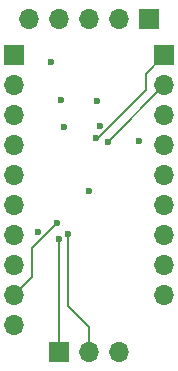
<source format=gbr>
%TF.GenerationSoftware,KiCad,Pcbnew,8.0.6*%
%TF.CreationDate,2024-12-27T21:34:25-08:00*%
%TF.ProjectId,PIC32Flex,50494333-3246-46c6-9578-2e6b69636164,rev?*%
%TF.SameCoordinates,Original*%
%TF.FileFunction,Copper,L4,Bot*%
%TF.FilePolarity,Positive*%
%FSLAX46Y46*%
G04 Gerber Fmt 4.6, Leading zero omitted, Abs format (unit mm)*
G04 Created by KiCad (PCBNEW 8.0.6) date 2024-12-27 21:34:25*
%MOMM*%
%LPD*%
G01*
G04 APERTURE LIST*
%TA.AperFunction,ComponentPad*%
%ADD10R,1.700000X1.700000*%
%TD*%
%TA.AperFunction,ComponentPad*%
%ADD11O,1.700000X1.700000*%
%TD*%
%TA.AperFunction,ViaPad*%
%ADD12C,0.600000*%
%TD*%
%TA.AperFunction,Conductor*%
%ADD13C,0.200000*%
%TD*%
G04 APERTURE END LIST*
D10*
%TO.P,J2,1,Pin_1*%
%TO.N,/MCLR*%
X111410000Y-71950000D03*
D11*
%TO.P,J2,2,Pin_2*%
%TO.N,+3.3V*%
X108870000Y-71950000D03*
%TO.P,J2,3,Pin_3*%
%TO.N,GND*%
X106330000Y-71950000D03*
%TO.P,J2,4,Pin_4*%
%TO.N,/PGData*%
X103790000Y-71950000D03*
%TO.P,J2,5,Pin_5*%
%TO.N,/PGClk*%
X101250000Y-71950000D03*
%TD*%
%TO.P,J4,10,Pin_10*%
%TO.N,/RB8*%
X100040000Y-97880000D03*
%TO.P,J4,9,Pin_9*%
%TO.N,/RB5*%
X100040000Y-95340000D03*
%TO.P,J4,8,Pin_8*%
%TO.N,/RA4*%
X100040000Y-92800000D03*
%TO.P,J4,7,Pin_7*%
%TO.N,/RB4*%
X100040000Y-90260000D03*
%TO.P,J4,6,Pin_6*%
%TO.N,/RA3*%
X100040000Y-87720000D03*
%TO.P,J4,5,Pin_5*%
%TO.N,/RA2*%
X100040000Y-85180000D03*
%TO.P,J4,4,Pin_4*%
%TO.N,/AN5{slash}RB3*%
X100040000Y-82640000D03*
%TO.P,J4,3,Pin_3*%
%TO.N,/AN4{slash}RB2*%
X100040000Y-80100000D03*
%TO.P,J4,2,Pin_2*%
%TO.N,GND*%
X100040000Y-77560000D03*
D10*
%TO.P,J4,1,Pin_1*%
%TO.N,+3.3V*%
X100040000Y-75020000D03*
%TD*%
%TO.P,J3,1,Pin_1*%
%TO.N,/AN1{slash}RA1*%
X112740000Y-75020000D03*
D11*
%TO.P,J3,2,Pin_2*%
%TO.N,/AN0{slash}RA0*%
X112740000Y-77560000D03*
%TO.P,J3,3,Pin_3*%
%TO.N,/AN9{slash}RB15*%
X112740000Y-80100000D03*
%TO.P,J3,4,Pin_4*%
%TO.N,/AN10{slash}RB14*%
X112740000Y-82640000D03*
%TO.P,J3,5,Pin_5*%
%TO.N,/AN11{slash}RB13*%
X112740000Y-85180000D03*
%TO.P,J3,6,Pin_6*%
%TO.N,/AN12{slash}RB12*%
X112740000Y-87720000D03*
%TO.P,J3,7,Pin_7*%
%TO.N,/RB11*%
X112740000Y-90260000D03*
%TO.P,J3,8,Pin_8*%
%TO.N,/RB10*%
X112740000Y-92800000D03*
%TO.P,J3,9,Pin_9*%
%TO.N,/RB9*%
X112740000Y-95340000D03*
%TD*%
D10*
%TO.P,J1,1,Pin_1*%
%TO.N,/TXD*%
X103837600Y-100170800D03*
D11*
%TO.P,J1,2,Pin_2*%
%TO.N,/RXD*%
X106377600Y-100170800D03*
%TO.P,J1,3,Pin_3*%
%TO.N,GND*%
X108917600Y-100170800D03*
%TD*%
D12*
%TO.N,+3.3V*%
X102020000Y-89971471D03*
X104020000Y-78840000D03*
X110560000Y-82330000D03*
X107020000Y-78870000D03*
%TO.N,GND*%
X107255735Y-81065735D03*
X104280000Y-81090000D03*
X103170000Y-75570000D03*
X106373203Y-86545485D03*
%TO.N,/TXD*%
X103837600Y-90580000D03*
%TO.N,/RXD*%
X104560000Y-90180000D03*
%TO.N,/RB5*%
X103650000Y-89270000D03*
%TO.N,/AN0{slash}RA0*%
X107950000Y-82350000D03*
%TO.N,/AN1{slash}RA1*%
X106980000Y-82010000D03*
%TD*%
D13*
%TO.N,/TXD*%
X103837600Y-90580000D02*
X103837600Y-100170800D01*
%TO.N,/RXD*%
X106377600Y-98067600D02*
X106377600Y-100170800D01*
X104560000Y-96250000D02*
X106377600Y-98067600D01*
X104560000Y-90180000D02*
X104560000Y-96250000D01*
%TO.N,/RB5*%
X101580000Y-91340000D02*
X101580000Y-93800000D01*
X103650000Y-89270000D02*
X103581471Y-89270000D01*
X103650000Y-89270000D02*
X101580000Y-91340000D01*
X101580000Y-93800000D02*
X100040000Y-95340000D01*
%TO.N,/AN0{slash}RA0*%
X107950000Y-82350000D02*
X112740000Y-77560000D01*
%TO.N,/AN1{slash}RA1*%
X111150000Y-78020000D02*
X111150000Y-76610000D01*
X111150000Y-76610000D02*
X112740000Y-75020000D01*
X107160000Y-82010000D02*
X111150000Y-78020000D01*
X106980000Y-82010000D02*
X107160000Y-82010000D01*
%TD*%
M02*

</source>
